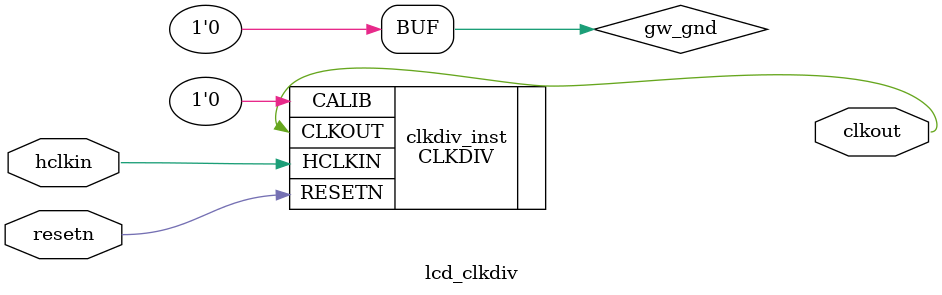
<source format=v>

module lcd_clkdiv (clkout, hclkin, resetn);

output clkout;
input hclkin;
input resetn;

wire gw_gnd;

assign gw_gnd = 1'b0;

CLKDIV clkdiv_inst (
    .CLKOUT(clkout),
    .HCLKIN(hclkin),
    .RESETN(resetn),
    .CALIB(gw_gnd)
);

defparam clkdiv_inst.DIV_MODE = "3.5";
defparam clkdiv_inst.GSREN = "false";

endmodule //lcd_clkdiv

</source>
